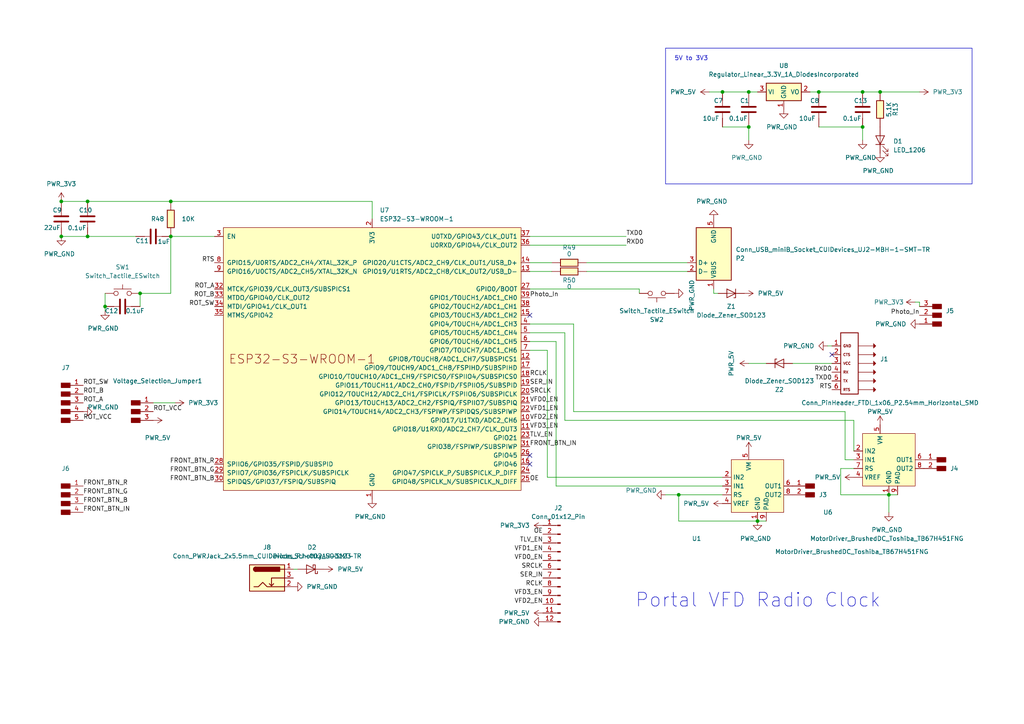
<source format=kicad_sch>
(kicad_sch (version 20230121) (generator eeschema)
  (paper "A4")
  (lib_symbols
    (symbol "Connector:Conn_01x12_Pin" (pin_names (offset 1.016) hide)
      (property "Reference" "J" (at 0 15.24 0))
      (property "Value" "Conn_01x12_Pin" (at 0 -17.78 0))
      (symbol "Conn_01x12_Pin_1_1"
        (polyline (pts (xy 1.27 -15.24) (xy 0.8636 -15.24)) (stroke (width 0.1524)))
        (polyline (pts (xy 1.27 -12.7) (xy 0.8636 -12.7)) (stroke (width 0.1524)))
        (polyline (pts (xy 1.27 -10.16) (xy 0.8636 -10.16)) (stroke (width 0.1524)))
        (polyline (pts (xy 1.27 -7.62) (xy 0.8636 -7.62)) (stroke (width 0.1524)))
        (polyline (pts (xy 1.27 -5.08) (xy 0.8636 -5.08)) (stroke (width 0.1524)))
        (polyline (pts (xy 1.27 -2.54) (xy 0.8636 -2.54)) (stroke (width 0.1524)))
        (polyline (pts (xy 1.27 0) (xy 0.8636 0)) (stroke (width 0.1524)))
        (polyline (pts (xy 1.27 2.54) (xy 0.8636 2.54)) (stroke (width 0.1524)))
        (polyline (pts (xy 1.27 5.08) (xy 0.8636 5.08)) (stroke (width 0.1524)))
        (polyline (pts (xy 1.27 7.62) (xy 0.8636 7.62)) (stroke (width 0.1524)))
        (polyline (pts (xy 1.27 10.16) (xy 0.8636 10.16)) (stroke (width 0.1524)))
        (polyline (pts (xy 1.27 12.7) (xy 0.8636 12.7)) (stroke (width 0.1524)))
        (rectangle (start 0.8636 -15.113) (end 0 -15.367) (stroke (width 0.1524)) (fill (type outline)))
        (rectangle (start 0.8636 -12.573) (end 0 -12.827) (stroke (width 0.1524)) (fill (type outline)))
        (rectangle (start 0.8636 -10.033) (end 0 -10.287) (stroke (width 0.1524)) (fill (type outline)))
        (rectangle (start 0.8636 -7.493) (end 0 -7.747) (stroke (width 0.1524)) (fill (type outline)))
        (rectangle (start 0.8636 -4.953) (end 0 -5.207) (stroke (width 0.1524)) (fill (type outline)))
        (rectangle (start 0.8636 -2.413) (end 0 -2.667) (stroke (width 0.1524)) (fill (type outline)))
        (rectangle (start 0.8636 0.127) (end 0 -0.127) (stroke (width 0.1524)) (fill (type outline)))
        (rectangle (start 0.8636 2.667) (end 0 2.413) (stroke (width 0.1524)) (fill (type outline)))
        (rectangle (start 0.8636 5.207) (end 0 4.953) (stroke (width 0.1524)) (fill (type outline)))
        (rectangle (start 0.8636 7.747) (end 0 7.493) (stroke (width 0.1524)) (fill (type outline)))
        (rectangle (start 0.8636 10.287) (end 0 10.033) (stroke (width 0.1524)) (fill (type outline)))
        (rectangle (start 0.8636 12.827) (end 0 12.573) (stroke (width 0.1524)) (fill (type outline)))
        (pin passive line (at 5.08 12.7 180) (length 3.81) (name "Pin_1") (number "1"))
        (pin passive line (at 5.08 -10.16 180) (length 3.81) (name "Pin_10") (number "10"))
        (pin passive line (at 5.08 -12.7 180) (length 3.81) (name "Pin_11") (number "11"))
        (pin passive line (at 5.08 -15.24 180) (length 3.81) (name "Pin_12") (number "12"))
        (pin passive line (at 5.08 10.16 180) (length 3.81) (name "Pin_2") (number "2"))
        (pin passive line (at 5.08 7.62 180) (length 3.81) (name "Pin_3") (number "3"))
        (pin passive line (at 5.08 5.08 180) (length 3.81) (name "Pin_4") (number "4"))
        (pin passive line (at 5.08 2.54 180) (length 3.81) (name "Pin_5") (number "5"))
        (pin passive line (at 5.08 0 180) (length 3.81) (name "Pin_6") (number "6"))
        (pin passive line (at 5.08 -2.54 180) (length 3.81) (name "Pin_7") (number "7"))
        (pin passive line (at 5.08 -5.08 180) (length 3.81) (name "Pin_8") (number "8"))
        (pin passive line (at 5.08 -7.62 180) (length 3.81) (name "Pin_9") (number "9"))
      )
    )
    (symbol "Espressif:ESP32-S3-WROOM-1" (pin_names (offset 1.016))
      (property "Reference" "U" (at -43.18 43.18 0))
      (property "Value" "ESP32-S3-WROOM-1" (at -43.18 40.64 0))
      (symbol "ESP32-S3-WROOM-1_0_0"
        (text "ESP32-S3-WROOM-1" (at -20.32 0 0) (effects (font (size 2.54 2.54))))
        (pin power_in line (at 0 -40.64 90) (length 2.54) (name "GND") (number "1"))
        (pin bidirectional line (at 45.72 -17.78 180) (length 2.54) (name "GPIO17/U1TXD/ADC2_CH6") (number "10"))
        (pin bidirectional line (at 45.72 -20.32 180) (length 2.54) (name "GPIO18/U1RXD/ADC2_CH7/CLK_OUT3") (number "11"))
        (pin bidirectional line (at 45.72 0 180) (length 2.54) (name "GPIO8/TOUCH8/ADC1_CH7/SUBSPICS1") (number "12"))
        (pin bidirectional line (at 45.72 25.4 180) (length 2.54) (name "GPIO19/U1RTS/ADC2_CH8/CLK_OUT2/USB_D-") (number "13"))
        (pin bidirectional line (at 45.72 27.94 180) (length 2.54) (name "GPIO20/U1CTS/ADC2_CH9/CLK_OUT1/USB_D+") (number "14"))
        (pin bidirectional line (at 45.72 12.7 180) (length 2.54) (name "GPIO3/TOUCH3/ADC1_CH2") (number "15"))
        (pin bidirectional line (at 45.72 -30.48 180) (length 2.54) (name "GPIO46") (number "16"))
        (pin bidirectional line (at 45.72 -2.54 180) (length 2.54) (name "GPIO9/TOUCH9/ADC1_CH8/FSPIHD/SUBSPIHD") (number "17"))
        (pin bidirectional line (at 45.72 -5.08 180) (length 2.54) (name "GPIO10/TOUCH10/ADC1_CH9/FSPICS0/FSPIIO4/SUBSPICS0") (number "18"))
        (pin bidirectional line (at 45.72 -7.62 180) (length 2.54) (name "GPIO11/TOUCH11/ADC2_CH0/FSPID/FSPIIO5/SUBSPID") (number "19"))
        (pin power_in line (at 0 40.64 270) (length 2.54) (name "3V3") (number "2"))
        (pin bidirectional line (at 45.72 -10.16 180) (length 2.54) (name "GPIO12/TOUCH12/ADC2_CH1/FSPICLK/FSPIIO6/SUBSPICLK") (number "20"))
        (pin bidirectional line (at 45.72 -12.7 180) (length 2.54) (name "GPIO13/TOUCH13/ADC2_CH2/FSPIQ/FSPIIO7/SUBSPIQ") (number "21"))
        (pin bidirectional line (at 45.72 -15.24 180) (length 2.54) (name "GPIO14/TOUCH14/ADC2_CH3/FSPIWP/FSPIDQS/SUBSPIWP") (number "22"))
        (pin bidirectional line (at 45.72 -22.86 180) (length 2.54) (name "GPIO21") (number "23"))
        (pin bidirectional line (at 45.72 -33.02 180) (length 2.54) (name "GPIO47/SPICLK_P/SUBSPICLK_P_DIFF") (number "24"))
        (pin bidirectional line (at 45.72 -35.56 180) (length 2.54) (name "GPIO48/SPICLK_N/SUBSPICLK_N_DIFF") (number "25"))
        (pin bidirectional line (at 45.72 -27.94 180) (length 2.54) (name "GPIO45") (number "26"))
        (pin bidirectional line (at 45.72 20.32 180) (length 2.54) (name "GPIO0/BOOT") (number "27"))
        (pin bidirectional line (at -45.72 -30.48 0) (length 2.54) (name "SPIIO6/GPIO35/FSPID/SUBSPID") (number "28"))
        (pin bidirectional line (at -45.72 -33.02 0) (length 2.54) (name "SPIIO7/GPIO36/FSPICLK/SUBSPICLK") (number "29"))
        (pin input line (at -45.72 35.56 0) (length 2.54) (name "EN") (number "3"))
        (pin bidirectional line (at -45.72 -35.56 0) (length 2.54) (name "SPIDQS/GPIO37/FSPIQ/SUBSPIQ") (number "30"))
        (pin bidirectional line (at 45.72 -25.4 180) (length 2.54) (name "GPIO38/FSPIWP/SUBSPIWP") (number "31"))
        (pin bidirectional line (at -45.72 20.32 0) (length 2.54) (name "MTCK/GPIO39/CLK_OUT3/SUBSPICS1") (number "32"))
        (pin bidirectional line (at -45.72 17.78 0) (length 2.54) (name "MTDO/GPIO40/CLK_OUT2") (number "33"))
        (pin bidirectional line (at -45.72 15.24 0) (length 2.54) (name "MTDI/GPIO41/CLK_OUT1") (number "34"))
        (pin bidirectional line (at -45.72 12.7 0) (length 2.54) (name "MTMS/GPIO42") (number "35"))
        (pin bidirectional line (at 45.72 33.02 180) (length 2.54) (name "U0RXD/GPIO44/CLK_OUT2") (number "36"))
        (pin bidirectional line (at 45.72 35.56 180) (length 2.54) (name "U0TXD/GPIO43/CLK_OUT1") (number "37"))
        (pin bidirectional line (at 45.72 15.24 180) (length 2.54) (name "GPIO2/TOUCH2/ADC1_CH1") (number "38"))
        (pin bidirectional line (at 45.72 17.78 180) (length 2.54) (name "GPIO1/TOUCH1/ADC1_CH0") (number "39"))
        (pin bidirectional line (at 45.72 10.16 180) (length 2.54) (name "GPIO4/TOUCH4/ADC1_CH3") (number "4"))
        (pin passive line (at 0 -40.64 90) (length 2.54) hide (name "GND") (number "40"))
        (pin passive line (at 0 -40.64 90) (length 2.54) hide (name "GND") (number "41"))
        (pin bidirectional line (at 45.72 7.62 180) (length 2.54) (name "GPIO5/TOUCH5/ADC1_CH4") (number "5"))
        (pin bidirectional line (at 45.72 5.08 180) (length 2.54) (name "GPIO6/TOUCH6/ADC1_CH5") (number "6"))
        (pin bidirectional line (at 45.72 2.54 180) (length 2.54) (name "GPIO7/TOUCH7/ADC1_CH6") (number "7"))
        (pin bidirectional line (at -45.72 27.94 0) (length 2.54) (name "GPIO15/U0RTS/ADC2_CH4/XTAL_32K_P") (number "8"))
        (pin bidirectional line (at -45.72 25.4 0) (length 2.54) (name "GPIO16/U0CTS/ADC2_CH5/XTAL_32K_N") (number "9"))
      )
      (symbol "ESP32-S3-WROOM-1_0_1"
        (rectangle (start -43.18 38.1) (end 43.18 -38.1) (fill (type background)))
      )
    )
    (symbol "Fab:C_1206" (pin_numbers hide)
      (property "Reference" "C" (at 0.635 2.54 0))
      (property "Value" "C_1206" (at 0.635 -2.54 0))
      (symbol "C_1206_0_1"
        (polyline (pts (xy -2.032 -0.762) (xy 2.032 -0.762)) (stroke (width 0.508)))
        (polyline (pts (xy -2.032 0.762) (xy 2.032 0.762)) (stroke (width 0.508)))
        (polyline (pts (xy 0 -0.635) (xy 0 -2.54)))
        (polyline (pts (xy 0 0.635) (xy 0 2.54)))
      )
      (symbol "C_1206_1_1"
        (pin passive line (at 0 5.08 270) (length 2.54) (name "~") (number "1"))
        (pin passive line (at 0 -5.08 90) (length 2.54) (name "~") (number "2"))
      )
    )
    (symbol "Fab:Conn_PinHeader_1x02_P2.54mm_Vertical_THT_D1mm" (pin_names hide)
      (property "Reference" "J" (at 0 2.54 0))
      (property "Value" "Conn_PinHeader_1x02_P2.54mm_Vertical_THT_D1mm" (at 0 -5.08 0))
      (symbol "Conn_PinHeader_1x02_P2.54mm_Vertical_THT_D1mm_1_1"
        (rectangle (start -1.27 -1.905) (end 1.27 -3.175) (stroke (width 0.254)) (fill (type outline)))
        (rectangle (start -1.27 0.635) (end 1.27 -0.635) (stroke (width 0.254)) (fill (type outline)))
        (pin passive line (at 5.08 0 180) (length 3.81) (name "Pin_1") (number "1"))
        (pin passive line (at 5.08 -2.54 180) (length 3.81) (name "Pin_2") (number "2"))
      )
    )
    (symbol "Fab:Conn_PinHeader_1x03_P2.54mm_Vertical_THT_D1mm" (pin_names hide)
      (property "Reference" "J" (at 0 5.08 0))
      (property "Value" "Conn_PinHeader_1x03_P2.54mm_Vertical_THT_D1mm" (at 0 -5.08 0))
      (symbol "Conn_PinHeader_1x03_P2.54mm_Vertical_THT_D1mm_1_1"
        (rectangle (start -1.27 -1.905) (end 1.27 -3.175) (stroke (width 0.254)) (fill (type outline)))
        (rectangle (start -1.27 0.635) (end 1.27 -0.635) (stroke (width 0.254)) (fill (type outline)))
        (rectangle (start -1.27 3.175) (end 1.27 1.905) (stroke (width 0.254)) (fill (type outline)))
        (pin passive line (at 5.08 2.54 180) (length 3.81) (name "Pin_1") (number "1"))
        (pin passive line (at 5.08 0 180) (length 3.81) (name "Pin_2") (number "2"))
        (pin passive line (at 5.08 -2.54 180) (length 3.81) (name "Pin_3") (number "3"))
      )
    )
    (symbol "Fab:Conn_PinHeader_FTDI_1x06_P2.54mm_Horizontal_SMD"
      (property "Reference" "J" (at 0 10.16 0))
      (property "Value" "Conn_PinHeader_FTDI_1x06_P2.54mm_Horizontal_SMD" (at 0 -10.16 0))
      (symbol "Conn_PinHeader_FTDI_1x06_P2.54mm_Horizontal_SMD_0_0"
        (polyline (pts (xy 2.54 -7.62) (xy 7.62 -7.62)))
        (polyline (pts (xy 2.54 -5.08) (xy 7.62 -5.08)))
        (polyline (pts (xy 2.54 -2.54) (xy 7.62 -2.54)))
        (polyline (pts (xy 2.54 0) (xy 7.62 0)))
        (polyline (pts (xy 2.54 2.54) (xy 7.62 2.54)))
        (polyline (pts (xy 2.54 5.08) (xy 7.62 5.08)))
        (polyline (pts (xy 6.985 -6.985) (xy 7.62 -7.62) (xy 6.985 -8.255) (xy 6.985 -6.985)) (fill (type outline)))
        (polyline (pts (xy 6.985 -4.445) (xy 7.62 -5.08) (xy 6.985 -5.715) (xy 6.985 -4.445)) (fill (type outline)))
        (polyline (pts (xy 6.985 -1.905) (xy 7.62 -2.54) (xy 6.985 -3.175) (xy 6.985 -1.905)) (fill (type outline)))
        (polyline (pts (xy 6.985 0.635) (xy 7.62 0) (xy 6.985 -0.635) (xy 6.985 0.635)) (fill (type outline)))
        (polyline (pts (xy 6.985 3.175) (xy 7.62 2.54) (xy 6.985 1.905) (xy 6.985 3.175)) (fill (type outline)))
        (polyline (pts (xy 6.985 5.715) (xy 7.62 5.08) (xy 6.985 4.445) (xy 6.985 5.715)) (fill (type outline)))
        (text "CTS" (at -1.905 2.54 0) (effects (font (size 0.75 0.75)) (justify left)))
        (text "GND" (at -1.905 5.08 0) (effects (font (size 0.75 0.75)) (justify left)))
        (text "RTS" (at -1.905 -7.62 0) (effects (font (size 0.75 0.75)) (justify left)))
        (text "RX" (at -1.905 -2.54 0) (effects (font (size 0.75 0.75)) (justify left)))
        (text "TX" (at -1.905 -5.08 0) (effects (font (size 0.75 0.75)) (justify left)))
        (text "VCC" (at -1.905 0 0) (effects (font (size 0.75 0.75)) (justify left)))
      )
      (symbol "Conn_PinHeader_FTDI_1x06_P2.54mm_Horizontal_SMD_1_0"
        (rectangle (start -2.54 8.89) (end 2.54 -8.89) (stroke (width 0.254)))
      )
      (symbol "Conn_PinHeader_FTDI_1x06_P2.54mm_Horizontal_SMD_1_1"
        (pin passive line (at -5.08 5.08 0) (length 2.54) (name "") (number "1"))
        (pin passive line (at -5.08 2.54 0) (length 2.54) (name "") (number "2"))
        (pin passive line (at -5.08 0 0) (length 2.54) (name "") (number "3"))
        (pin passive line (at -5.08 -2.54 0) (length 2.54) (name "") (number "4"))
        (pin passive line (at -5.08 -5.08 0) (length 2.54) (name "") (number "5"))
        (pin passive line (at -5.08 -7.62 0) (length 2.54) (name "") (number "6"))
      )
    )
    (symbol "Fab:Conn_USB_miniB_Socket_CUIDevices_UJ2-MBH-1-SMT-TR"
      (property "Reference" "P" (at -5.08 8.89 0))
      (property "Value" "Conn_USB_miniB_Socket_CUIDevices_UJ2-MBH-1-SMT-TR" (at 1.27 8.89 0))
      (symbol "Conn_USB_miniB_Socket_CUIDevices_UJ2-MBH-1-SMT-TR_0_1"
        (rectangle (start -5.08 7.62) (end 5.08 -7.62) (stroke (width 0.254)) (fill (type background)))
      )
      (symbol "Conn_USB_miniB_Socket_CUIDevices_UJ2-MBH-1-SMT-TR_1_1"
        (pin power_in line (at 0 10.16 270) (length 2.54) (name "VBUS") (number "1"))
        (pin bidirectional line (at -7.62 5.08 0) (length 2.54) (name "D-") (number "2"))
        (pin bidirectional line (at -7.62 2.54 0) (length 2.54) (name "D+") (number "3"))
        (pin no_connect line (at -7.62 -5.08 0) (length 2.54) hide (name "NC") (number "4"))
        (pin power_in line (at 0 -10.16 90) (length 2.54) (name "GND") (number "5"))
      )
    )
    (symbol "Fab:Diode_Zener_SOD123" (pin_numbers hide) (pin_names hide)
      (property "Reference" "Z" (at 0 2.54 0))
      (property "Value" "Diode_Zener_SOD123" (at 0 -2.54 0))
      (symbol "Diode_Zener_SOD123_0_1"
        (polyline (pts (xy 1.27 0) (xy -1.27 0)))
        (polyline (pts (xy -1.27 -1.27) (xy -1.27 1.27) (xy -0.762 1.27)) (stroke (width 0.2032)))
        (polyline (pts (xy 1.27 -1.27) (xy 1.27 1.27) (xy -1.27 0) (xy 1.27 -1.27)) (stroke (width 0.2032)))
      )
      (symbol "Diode_Zener_SOD123_1_1"
        (pin passive line (at -3.81 0 0) (length 2.54) (name "K") (number "1"))
        (pin passive line (at 3.81 0 180) (length 2.54) (name "A") (number "2"))
      )
    )
    (symbol "Fab:LED_1206" (pin_numbers hide) (pin_names (offset 1.016) hide)
      (property "Reference" "D" (at 0 2.54 0))
      (property "Value" "LED_1206" (at 0 -2.54 0))
      (symbol "LED_1206_0_1"
        (polyline (pts (xy -1.27 -1.27) (xy -1.27 1.27)) (stroke (width 0.2032)))
        (polyline (pts (xy -1.27 0) (xy 1.27 0)))
        (polyline (pts (xy 1.27 -1.27) (xy 1.27 1.27) (xy -1.27 0) (xy 1.27 -1.27)) (stroke (width 0.2032)))
        (polyline (pts (xy -3.048 -0.762) (xy -4.572 -2.286) (xy -3.81 -2.286) (xy -4.572 -2.286) (xy -4.572 -1.524)))
        (polyline (pts (xy -1.778 -0.762) (xy -3.302 -2.286) (xy -2.54 -2.286) (xy -3.302 -2.286) (xy -3.302 -1.524)))
      )
      (symbol "LED_1206_1_1"
        (pin passive line (at -3.81 0 0) (length 2.54) (name "K") (number "1"))
        (pin passive line (at 3.81 0 180) (length 2.54) (name "A") (number "2"))
      )
    )
    (symbol "Fab:MotorDriver_BrushedDC_Toshiba_TB67H451FNG"
      (property "Reference" "U" (at -7.62 8.89 0))
      (property "Value" "MotorDriver_BrushedDC_Toshiba_TB67H451FNG" (at 1.27 8.89 0))
      (symbol "MotorDriver_BrushedDC_Toshiba_TB67H451FNG_1_1"
        (rectangle (start -7.62 7.62) (end 7.62 -7.62) (fill (type background)))
        (pin power_in line (at 0 -10.16 90) (length 2.54) (name "GND") (number "1"))
        (pin input line (at -10.16 2.54 0) (length 2.54) (name "IN2") (number "2"))
        (pin input line (at -10.16 0 0) (length 2.54) (name "IN1") (number "3"))
        (pin input line (at -10.16 -5.08 0) (length 2.54) (name "VREF") (number "4"))
        (pin power_in line (at -2.54 10.16 270) (length 2.54) (name "VM") (number "5"))
        (pin output line (at 10.16 0 180) (length 2.54) (name "OUT1") (number "6"))
        (pin input line (at -10.16 -2.54 0) (length 2.54) (name "RS") (number "7"))
        (pin output line (at 10.16 -2.54 180) (length 2.54) (name "OUT2") (number "8"))
        (pin power_in line (at 2.54 -10.16 90) (length 2.54) (name "PAD") (number "9"))
      )
    )
    (symbol "Fab:PWR_3V3" (power) (pin_names (offset 0))
      (property "Value" "PWR_3V3" (at 0 3.556 0))
      (symbol "PWR_3V3_0_1"
        (polyline (pts (xy -0.762 1.27) (xy 0 2.54)))
        (polyline (pts (xy 0 0) (xy 0 2.54)))
        (polyline (pts (xy 0 2.54) (xy 0.762 1.27)))
      )
      (symbol "PWR_3V3_1_1"
        (pin power_in line (at 0 0 90) (length 0) hide (name "PWR_3V3") (number "1"))
      )
    )
    (symbol "Fab:PWR_5V" (power) (pin_names (offset 0))
      (property "Value" "PWR_5V" (at 0 3.556 0))
      (symbol "PWR_5V_0_1"
        (polyline (pts (xy -0.762 1.27) (xy 0 2.54)))
        (polyline (pts (xy 0 0) (xy 0 2.54)))
        (polyline (pts (xy 0 2.54) (xy 0.762 1.27)))
      )
      (symbol "PWR_5V_1_1"
        (pin power_in line (at 0 0 90) (length 0) hide (name "PWR_5V") (number "1"))
      )
    )
    (symbol "Fab:PWR_GND" (power) (pin_names (offset 0))
      (property "Value" "PWR_GND" (at 0 -3.81 0))
      (symbol "PWR_GND_0_1"
        (polyline (pts (xy 0 0) (xy 0 -1.27) (xy 1.27 -1.27) (xy 0 -2.54) (xy -1.27 -1.27) (xy 0 -1.27)))
      )
      (symbol "PWR_GND_1_1"
        (pin power_in line (at 0 0 270) (length 0) hide (name "PWR_GND") (number "1"))
      )
    )
    (symbol "Fab:R_1206" (pin_numbers hide) (pin_names (offset 0))
      (property "Reference" "R" (at 2.54 0 90))
      (property "Value" "R_1206" (at -2.54 0 90))
      (symbol "R_1206_0_1"
        (rectangle (start -1.016 -2.54) (end 1.016 2.54) (stroke (width 0.254)) (fill (type background)))
      )
      (symbol "R_1206_1_1"
        (pin passive line (at 0 5.08 270) (length 2.54) (name "~") (number "1"))
        (pin passive line (at 0 -5.08 90) (length 2.54) (name "~") (number "2"))
      )
    )
    (symbol "Fab:Regulator_Linear_3.3V_1A_DiodesIncorporated"
      (property "Reference" "U" (at -5.08 6.35 0))
      (property "Value" "Regulator_Linear_3.3V_1A_DiodesIncorporated" (at -5.08 3.81 0))
      (symbol "Regulator_Linear_3.3V_1A_DiodesIncorporated_0_1"
        (rectangle (start -5.08 2.54) (end 5.08 -2.54) (stroke (width 0.254)) (fill (type background)))
      )
      (symbol "Regulator_Linear_3.3V_1A_DiodesIncorporated_1_1"
        (pin power_in line (at 0 -5.08 90) (length 2.54) (name "GND") (number "1"))
        (pin power_out line (at 7.62 0 180) (length 2.54) (name "VO") (number "2"))
        (pin power_in line (at -7.62 0 0) (length 2.54) (name "VI") (number "3"))
      )
    )
    (symbol "Fab:Switch_Tactile_ESwitch" (pin_numbers hide) (pin_names hide)
      (property "Reference" "SW" (at 1.905 3.175 0))
      (property "Value" "Switch_Tactile_ESwitch" (at 0 0 0))
      (symbol "Switch_Tactile_ESwitch_0_1"
        (circle (center -1.905 0) (radius 0.635))
        (polyline (pts (xy -2.54 1.27) (xy 2.54 1.27)))
        (polyline (pts (xy 0 1.27) (xy 0 2.54)))
        (circle (center 1.905 0) (radius 0.635))
      )
      (symbol "Switch_Tactile_ESwitch_1_1"
        (pin input line (at -5.08 0 0) (length 2.54) (name "") (number "1"))
        (pin input line (at -5.08 0 0) (length 2.54) hide (name "") (number "2"))
        (pin input line (at 5.08 0 180) (length 2.54) (name "") (number "3"))
        (pin input line (at 5.08 0 180) (length 2.54) hide (name "") (number "4"))
      )
    )
    (symbol "fab:Conn_PWRJack_2x5.5mm_CUIDevices_PJ-002AH-SMT-TR" (pin_names hide)
      (property "Reference" "J" (at 0 5.334 0))
      (property "Value" "Conn_PWRJack_2x5.5mm_CUIDevices_PJ-002AH-SMT-TR" (at 0 -5.08 0))
      (symbol "Conn_PWRJack_2x5.5mm_CUIDevices_PJ-002AH-SMT-TR_0_1"
        (rectangle (start -5.08 3.81) (end 5.08 -3.81) (stroke (width 0.254)) (fill (type background)))
        (arc (start -3.302 3.175) (mid -3.9343 2.54) (end -3.302 1.905) (stroke (width 0.254)))
        (arc (start -3.302 3.175) (mid -3.9343 2.54) (end -3.302 1.905) (stroke (width 0.254)) (fill (type outline)))
        (polyline (pts (xy 1.27 -2.286) (xy 1.905 -1.651)) (stroke (width 0.254)))
        (polyline (pts (xy 5.08 2.54) (xy 3.81 2.54)) (stroke (width 0.254)))
        (polyline (pts (xy 5.08 0) (xy 1.27 0) (xy 1.27 -2.286) (xy 0.635 -1.651)) (stroke (width 0.254)))
        (polyline (pts (xy -3.81 -2.54) (xy -2.54 -2.54) (xy -1.27 -1.27) (xy 0 -2.54) (xy 2.54 -2.54) (xy 5.08 -2.54)) (stroke (width 0.254)))
        (rectangle (start 3.683 3.175) (end -3.302 1.905) (stroke (width 0.254)) (fill (type outline)))
      )
      (symbol "Conn_PWRJack_2x5.5mm_CUIDevices_PJ-002AH-SMT-TR_1_1"
        (pin passive line (at 7.62 2.54 180) (length 2.54) (name "~") (number "1"))
        (pin passive line (at 7.62 -2.54 180) (length 2.54) (name "~") (number "2"))
        (pin passive line (at 7.62 0 180) (length 2.54) (name "~") (number "3"))
      )
    )
    (symbol "fab:Conn_PinHeader_1x04_P2.54mm_Vertical_THT_D1mm" (pin_names hide)
      (property "Reference" "J" (at 0 5.08 0))
      (property "Value" "Conn_PinHeader_1x04_P2.54mm_Vertical_THT_D1mm" (at 0 -7.62 0))
      (symbol "Conn_PinHeader_1x04_P2.54mm_Vertical_THT_D1mm_1_1"
        (rectangle (start -1.27 -4.445) (end 1.27 -5.715) (stroke (width 0.254)) (fill (type outline)))
        (rectangle (start -1.27 -1.905) (end 1.27 -3.175) (stroke (width 0.254)) (fill (type outline)))
        (rectangle (start -1.27 0.635) (end 1.27 -0.635) (stroke (width 0.254)) (fill (type outline)))
        (rectangle (start -1.27 3.175) (end 1.27 1.905) (stroke (width 0.254)) (fill (type outline)))
        (pin passive line (at 5.08 2.54 180) (length 3.81) (name "Pin_1") (number "1"))
        (pin passive line (at 5.08 0 180) (length 3.81) (name "Pin_2") (number "2"))
        (pin passive line (at 5.08 -2.54 180) (length 3.81) (name "Pin_3") (number "3"))
        (pin passive line (at 5.08 -5.08 180) (length 3.81) (name "Pin_4") (number "4"))
      )
    )
    (symbol "fab:Conn_PinHeader_1x05_P2.54mm_Vertical_THT_D1mm" (pin_names hide)
      (property "Reference" "J" (at 0 7.62 0))
      (property "Value" "Conn_PinHeader_1x05_P2.54mm_Vertical_THT_D1mm" (at 0 -7.62 0))
      (symbol "Conn_PinHeader_1x05_P2.54mm_Vertical_THT_D1mm_1_1"
        (rectangle (start -1.27 -4.445) (end 1.27 -5.715) (stroke (width 0.254)) (fill (type outline)))
        (rectangle (start -1.27 -1.905) (end 1.27 -3.175) (stroke (width 0.254)) (fill (type outline)))
        (rectangle (start -1.27 0.635) (end 1.27 -0.635) (stroke (width 0.254)) (fill (type outline)))
        (rectangle (start -1.27 3.175) (end 1.27 1.905) (stroke (width 0.254)) (fill (type outline)))
        (rectangle (start -1.27 5.715) (end 1.27 4.445) (stroke (width 0.254)) (fill (type outline)))
        (pin passive line (at 5.08 5.08 180) (length 3.81) (name "Pin_1") (number "1"))
        (pin passive line (at 5.08 2.54 180) (length 3.81) (name "Pin_2") (number "2"))
        (pin passive line (at 5.08 0 180) (length 3.81) (name "Pin_3") (number "3"))
        (pin passive line (at 5.08 -2.54 180) (length 3.81) (name "Pin_4") (number "4"))
        (pin passive line (at 5.08 -5.08 180) (length 3.81) (name "Pin_5") (number "5"))
      )
    )
    (symbol "fab:Diode_Schottky_SOD123" (pin_numbers hide) (pin_names (offset 1.016) hide)
      (property "Reference" "D" (at 0 2.54 0))
      (property "Value" "Diode_Schottky_SOD123" (at 0 -2.54 0))
      (symbol "Diode_Schottky_SOD123_0_1"
        (polyline (pts (xy 1.27 0) (xy -1.27 0)))
        (polyline (pts (xy 1.27 1.27) (xy 1.27 -1.27) (xy -1.27 0) (xy 1.27 1.27)) (stroke (width 0.2032)))
        (polyline (pts (xy -1.905 0.635) (xy -1.905 1.27) (xy -1.27 1.27) (xy -1.27 -1.27) (xy -0.635 -1.27) (xy -0.635 -0.635)) (stroke (width 0.2032)))
      )
      (symbol "Diode_Schottky_SOD123_1_1"
        (pin passive line (at -3.81 0 0) (length 2.54) (name "K") (number "1"))
        (pin passive line (at 3.81 0 180) (length 2.54) (name "A") (number "2"))
      )
    )
  )
  (junction (at 196.85 143.51))
  (junction (at 25.4 58.42))
  (junction (at 40.64 85.09))
  (junction (at 49.53 58.42))
  (junction (at 17.78 58.42))
  (junction (at 250.19 26.67))
  (junction (at 49.53 68.58))
  (junction (at 217.17 36.83))
  (junction (at 255.27 26.67))
  (junction (at 250.19 36.83))
  (junction (at 30.48 88.9))
  (junction (at 219.71 151.13))
  (junction (at 217.17 26.67))
  (junction (at 17.78 68.58))
  (junction (at 257.81 143.51))
  (junction (at 25.4 68.58))
  (junction (at 237.49 26.67))
  (junction (at 209.55 26.67))
  (no_connect (at 153.67 132.08))
  (no_connect (at 153.67 134.62))
  (no_connect (at 153.67 91.44))
  (no_connect (at 241.3 102.87))
  (wire (pts (xy 170.18 78.74) (xy 199.39 78.74)))
  (wire (pts (xy 219.71 151.13) (xy 222.25 151.13)))
  (wire (pts (xy 153.67 83.82) (xy 185.42 83.82)))
  (wire (pts (xy 163.83 96.52) (xy 163.83 121.92)))
  (wire (pts (xy 250.19 40.64) (xy 250.19 36.83)))
  (wire (pts (xy 25.4 68.58) (xy 39.37 68.58)))
  (wire (pts (xy 30.48 85.09) (xy 30.48 88.9)))
  (wire (pts (xy 153.67 68.58) (xy 181.61 68.58)))
  (wire (pts (xy 257.81 148.59) (xy 257.81 143.51)))
  (wire (pts (xy 107.95 58.42) (xy 107.95 63.5)))
  (wire (pts (xy 265.43 87.63) (xy 266.7 87.63)))
  (wire (pts (xy 229.87 105.41) (xy 241.3 105.41)))
  (wire (pts (xy 49.53 85.09) (xy 49.53 68.58)))
  (wire (pts (xy 25.4 58.42) (xy 49.53 58.42)))
  (wire (pts (xy 217.17 26.67) (xy 219.71 26.67)))
  (wire (pts (xy 205.74 26.67) (xy 209.55 26.67)))
  (wire (pts (xy 247.65 135.89) (xy 243.84 135.89)))
  (wire (pts (xy 245.11 119.38) (xy 245.11 133.35)))
  (wire (pts (xy 161.29 140.97) (xy 209.55 140.97)))
  (wire (pts (xy 207.01 85.09) (xy 208.28 85.09)))
  (wire (pts (xy 240.03 100.33) (xy 241.3 100.33)))
  (wire (pts (xy 209.55 36.83) (xy 217.17 36.83)))
  (wire (pts (xy 153.67 101.6) (xy 158.75 101.6)))
  (wire (pts (xy 93.98 165.1) (xy 93.98 165.1)))
  (wire (pts (xy 153.67 71.12) (xy 181.61 71.12)))
  (wire (pts (xy 166.37 119.38) (xy 245.11 119.38)))
  (wire (pts (xy 158.75 101.6) (xy 158.75 138.43)))
  (wire (pts (xy 217.17 105.41) (xy 222.25 105.41)))
  (wire (pts (xy 193.04 143.51) (xy 196.85 143.51)))
  (wire (pts (xy 243.84 135.89) (xy 243.84 143.51)))
  (wire (pts (xy 40.64 85.09) (xy 49.53 85.09)))
  (wire (pts (xy 170.18 76.2) (xy 199.39 76.2)))
  (wire (pts (xy 17.78 58.42) (xy 25.4 58.42)))
  (wire (pts (xy 166.37 93.98) (xy 153.67 93.98)))
  (wire (pts (xy 196.85 151.13) (xy 219.71 151.13)))
  (wire (pts (xy 247.65 121.92) (xy 247.65 130.81)))
  (wire (pts (xy 166.37 93.98) (xy 166.37 119.38)))
  (wire (pts (xy 161.29 99.06) (xy 161.29 140.97)))
  (wire (pts (xy 153.67 99.06) (xy 161.29 99.06)))
  (wire (pts (xy 86.36 165.1) (xy 85.09 165.1)))
  (wire (pts (xy 209.55 26.67) (xy 217.17 26.67)))
  (wire (pts (xy 245.11 133.35) (xy 247.65 133.35)))
  (wire (pts (xy 257.81 143.51) (xy 260.35 143.51)))
  (wire (pts (xy 153.67 78.74) (xy 160.02 78.74)))
  (wire (pts (xy 250.19 26.67) (xy 255.27 26.67)))
  (wire (pts (xy 185.42 83.82) (xy 185.42 85.09)))
  (wire (pts (xy 207.01 83.82) (xy 207.01 85.09)))
  (wire (pts (xy 266.7 87.63) (xy 266.7 88.9)))
  (wire (pts (xy 50.8 116.84) (xy 44.45 116.84)))
  (wire (pts (xy 40.64 85.09) (xy 40.64 88.9)))
  (wire (pts (xy 217.17 40.64) (xy 217.17 36.83)))
  (wire (pts (xy 196.85 143.51) (xy 209.55 143.51)))
  (wire (pts (xy 196.85 143.51) (xy 196.85 151.13)))
  (wire (pts (xy 153.67 76.2) (xy 160.02 76.2)))
  (wire (pts (xy 17.78 68.58) (xy 25.4 68.58)))
  (wire (pts (xy 237.49 26.67) (xy 234.95 26.67)))
  (wire (pts (xy 163.83 96.52) (xy 153.67 96.52)))
  (wire (pts (xy 209.55 138.43) (xy 158.75 138.43)))
  (wire (pts (xy 49.53 58.42) (xy 107.95 58.42)))
  (wire (pts (xy 255.27 26.67) (xy 266.7 26.67)))
  (wire (pts (xy 49.53 68.58) (xy 62.23 68.58)))
  (wire (pts (xy 237.49 26.67) (xy 250.19 26.67)))
  (wire (pts (xy 163.83 121.92) (xy 247.65 121.92)))
  (wire (pts (xy 243.84 143.51) (xy 257.81 143.51)))
  (wire (pts (xy 237.49 36.83) (xy 250.19 36.83)))
  (wire (pts (xy 30.48 90.17) (xy 30.48 88.9)))
  (rectangle (start 193.04 13.97) (end 281.94 53.34))
  (text "5V to 3V3\n" (at 195.58 17.78 0) (effects (font (size 1.27 1.27)) (justify left bottom)))
  (text "Portal VFD Radio Clock" (at 184.15 176.53 0) (effects (font (size 4 4)) (justify left bottom)))
  (label "FRONT_BTN_B" (at 24.13 146.05 0))
  (label "TXD0" (at 241.3 110.49 180))
  (label "RXD0" (at 181.61 71.12 0))
  (label "ROT_B" (at 24.13 114.3 0))
  (label "VFD0_EN" (at 157.48 162.56 180))
  (label "ROT_VCC" (at 44.45 119.38 0))
  (label "TXD0" (at 181.61 68.58 0))
  (label "SER_IN" (at 157.48 167.64 180))
  (label "FRONT_BTN_R" (at 62.23 134.62 180))
  (label "RXD0" (at 241.3 107.95 180))
  (label "VFD0_EN" (at 153.67 116.84 0))
  (label "ROT_SW" (at 24.13 111.76 0))
  (label "ROT_SW" (at 62.23 88.9 180))
  (label "OE" (at 157.48 154.94 180))
  (label "VFD1_EN" (at 157.48 160.02 180))
  (label "ROT_A" (at 24.13 116.84 0))
  (label "RTS" (at 241.3 113.03 180))
  (label "FRONT_BTN_G" (at 24.13 143.51 0))
  (label "ROT_A" (at 62.23 83.82 180))
  (label "SRCLK" (at 153.67 114.3 0))
  (label "Photo_In" (at 266.7 91.44 180))
  (label "VFD3_EN" (at 153.67 124.46 0))
  (label "VFD1_EN" (at 153.67 119.38 0))
  (label "TLV_EN" (at 153.67 127 0))
  (label "VFD2_EN" (at 157.48 175.26 180))
  (label "ROT_VCC" (at 24.13 121.92 0))
  (label "RCLK" (at 157.48 170.18 180))
  (label "OE" (at 153.67 139.7 0))
  (label "SRCLK" (at 157.48 165.1 180))
  (label "FRONT_BTN_IN" (at 24.13 148.59 0))
  (label "TLV_EN" (at 157.48 157.48 180))
  (label "RCLK" (at 153.67 109.22 0))
  (label "FRONT_BTN_R" (at 24.13 140.97 0))
  (label "FRONT_BTN_G" (at 62.23 137.16 180))
  (label "VFD2_EN" (at 153.67 121.92 0))
  (label "VFD3_EN" (at 157.48 172.72 180))
  (label "RTS" (at 62.23 76.2 180))
  (label "Photo_In" (at 153.67 86.36 0))
  (label "FRONT_BTN_IN" (at 153.67 129.54 0))
  (label "ROT_B" (at 62.23 86.36 180))
  (label "SER_IN" (at 153.67 111.76 0))
  (label "FRONT_BTN_B" (at 62.23 139.7 180))
  (symbol (lib_id "Fab:C_1206") (at 35.56 88.9 90) (unit 1)
    (property "Reference" "C12" (at 34.29 90.17 90) (effects (justify left)))
    (property "Value" "0.1uF" (at 41.91 90.17 90) (effects (justify left)))
    (property "Footprint" "Fab:C_1206" (effects hide))
    (property "Datasheet" "https://www.yageo.com/upload/media/product/productsearch/datasheet/mlcc/UPY-GP_NP0_16V-to-50V_18.pdf" (effects hide))
  )
  (symbol (lib_id "Fab:Conn_PinHeader_1x02_P2.54mm_Vertical_THT_D1mm") (at 234.95 140.97 0) (mirror y) (unit 1)
    (property "Reference" "J3" (at 237.49 143.51 0) (effects (justify right)))
    (property "Value" "Conn_PinHeader_1x02_P2.54mm_Vertical_THT_D1mm" (effects hide))
    (property "Footprint" "fab:PinHeader_1x02_P2.54mm_Vertical_THT_D1mm" (effects hide))
  )
  (symbol (lib_id "Fab:PWR_GND") (at 227.33 31.75 0) (mirror y) (unit 1)
    (property "Reference" "#PWR02" (effects hide))
    (property "Value" "PWR_GND" (at 222.25 36.83 0) (effects (justify right)))
  )
  (symbol (lib_id "Fab:PWR_GND") (at 255.27 44.45 0) (mirror y) (unit 1)
    (property "Reference" "#PWR033" (effects hide))
    (property "Value" "PWR_GND" (at 250.19 49.53 0) (effects (justify right)))
  )
  (symbol (lib_id "Fab:PWR_5V") (at 44.45 121.92 270) (unit 1)
    (property "Reference" "#PWR016" (effects hide))
    (property "Value" "PWR_5V" (at 45.72 127 90))
  )
  (symbol (lib_id "Fab:C_1206") (at 237.49 31.75 0) (unit 1)
    (property "Reference" "C8" (at 234.95 29.21 0) (effects (justify left)))
    (property "Value" "10uF" (at 231.7006 34.351 0) (effects (justify left)))
    (property "Footprint" "Fab:C_1206" (effects hide))
    (property "Datasheet" "https://www.yageo.com/upload/media/product/productsearch/datasheet/mlcc/UPY-GP_NP0_16V-to-50V_18.pdf" (effects hide))
  )
  (symbol (lib_id "Fab:PWR_3V3") (at 50.8 116.84 270) (mirror x) (unit 1)
    (property "Reference" "#PWR015" (effects hide))
    (property "Value" "PWR_3V3" (at 54.61 116.84 90) (effects (justify left)))
  )
  (symbol (lib_id "Fab:Diode_Zener_SOD123") (at 226.06 105.41 0) (unit 1)
    (property "Reference" "Z2" (at 226.06 113.03 0))
    (property "Value" "Diode_Zener_SOD123" (at 226.06 110.49 0))
    (property "Footprint" "Fab:SOD-123" (effects hide))
    (property "Datasheet" "https://www.diodes.com/assets/Datasheets/ds18004.pdf" (effects hide))
  )
  (symbol (lib_id "Fab:Switch_Tactile_ESwitch") (at 35.56 85.09 0) (unit 1)
    (property "Reference" "SW1" (at 35.56 77.47 0))
    (property "Value" "Switch_Tactile_ESwitch" (at 35.56 80.01 0))
    (property "Footprint" "fab:Button_ESwitch_TL3315NF100Q_4.5x4.5mm" (effects hide))
    (property "Datasheet" "https://media.digikey.com/pdf/Data%20Sheets/E-Switch%20PDFs/TL3315.pdf" (effects hide))
  )
  (symbol (lib_id "Connector:Conn_01x12_Pin") (at 162.56 165.1 0) (mirror y) (unit 1)
    (property "Reference" "J2" (at 161.925 147.32 0))
    (property "Value" "Conn_01x12_Pin" (at 161.925 149.86 0))
    (property "Footprint" "Connector_PinSocket_2.54mm:PinSocket_1x12_P2.54mm_Vertical" (effects hide))
  )
  (symbol (lib_id "Fab:PWR_GND") (at 257.81 148.59 0) (mirror y) (unit 1)
    (property "Reference" "#PWR065" (effects hide))
    (property "Value" "PWR_GND" (at 252.73 153.67 0) (effects (justify right)))
  )
  (symbol (lib_id "Fab:PWR_3V3") (at 17.78 58.42 0) (mirror y) (unit 1)
    (property "Reference" "#PWR070" (effects hide))
    (property "Value" "PWR_3V3" (at 17.78 53.34 0))
  )
  (symbol (lib_id "Fab:Regulator_Linear_3.3V_1A_DiodesIncorporated") (at 227.33 26.67 0) (unit 1)
    (property "Reference" "U8" (at 227.33 19.05 0))
    (property "Value" "Regulator_Linear_3.3V_1A_DiodesIncorporated" (at 227.33 21.59 0))
    (property "Footprint" "fab:SOT-223-3_TabPin2" (effects hide))
    (property "Datasheet" "https://www.diodes.com/assets/Datasheets/AZ1117I.pdf" (effects hide))
  )
  (symbol (lib_id "Fab:PWR_GND") (at 207.01 63.5 180) (unit 1)
    (property "Reference" "#PWR074" (effects hide))
    (property "Value" "PWR_GND" (at 201.93 58.42 0) (effects (justify right)))
  )
  (symbol (lib_id "Fab:PWR_GND") (at 250.19 40.64 0) (mirror y) (unit 1)
    (property "Reference" "#PWR032" (effects hide))
    (property "Value" "PWR_GND" (at 245.11 45.72 0) (effects (justify right)))
  )
  (symbol (lib_id "fab:Conn_PWRJack_2x5.5mm_CUIDevices_PJ-002AH-SMT-TR") (at 77.47 167.64 0) (unit 1)
    (property "Reference" "J8" (at 77.47 158.75 0))
    (property "Value" "Conn_PWRJack_2x5.5mm_CUIDevices_PJ-002AH-SMT-TR" (at 77.47 161.29 0))
    (property "Footprint" "fab:CUIDevices_PJ-002AH-SMT-TR_PWRJack_2x5.5mm" (effects hide))
    (property "Datasheet" "https://www.cuidevices.com/product/resource/pj-002ah-smt-tr.pdf" (effects hide))
  )
  (symbol (lib_id "Fab:PWR_3V3") (at 157.48 152.4 90) (mirror x) (unit 1)
    (property "Reference" "#PWR013" (effects hide))
    (property "Value" "PWR_3V3" (at 153.67 152.4 90) (effects (justify left)))
  )
  (symbol (lib_id "Fab:PWR_GND") (at 30.48 90.17 0) (mirror y) (unit 1)
    (property "Reference" "#PWR072" (effects hide))
    (property "Value" "PWR_GND" (at 25.4 95.25 0) (effects (justify right)))
  )
  (symbol (lib_id "Fab:PWR_GND") (at 17.78 68.58 0) (mirror y) (unit 1)
    (property "Reference" "#PWR071" (effects hide))
    (property "Value" "PWR_GND" (at 12.7 73.66 0) (effects (justify right)))
  )
  (symbol (lib_id "Fab:PWR_GND") (at 240.03 100.33 270) (mirror x) (unit 1)
    (property "Reference" "#PWR03" (effects hide))
    (property "Value" "PWR_GND" (at 236.22 100.33 90) (effects (justify right)))
  )
  (symbol (lib_id "Fab:MotorDriver_BrushedDC_Toshiba_TB67H451FNG") (at 257.81 133.35 0) (unit 1)
    (property "Reference" "U6" (at 238.76 148.59 0) (effects (justify left)))
    (property "Value" "MotorDriver_BrushedDC_Toshiba_TB67H451FNG" (at 234.95 156.21 0) (effects (justify left)))
    (property "Footprint" "fab:HSOP-8" (effects hide))
    (property "Datasheet" "https://toshiba.semicon-storage.com/info/TB67H451FNG_datasheet_en_20201126.pdf?did=68598&prodName=TB67H451FNG" (effects hide))
  )
  (symbol (lib_id "Fab:C_1206") (at 217.17 31.75 0) (unit 1)
    (property "Reference" "C1" (at 214.63 29.21 0) (effects (justify left)))
    (property "Value" "0.1uF" (at 211.3806 34.351 0) (effects (justify left)))
    (property "Footprint" "Fab:C_1206" (effects hide))
    (property "Datasheet" "https://www.yageo.com/upload/media/product/productsearch/datasheet/mlcc/UPY-GP_NP0_16V-to-50V_18.pdf" (effects hide))
  )
  (symbol (lib_id "fab:Diode_Schottky_SOD123") (at 90.17 165.1 180) (unit 1)
    (property "Reference" "D2" (at 90.4875 158.75 0))
    (property "Value" "Diode_Schottky_SOD123" (at 90.4875 161.29 0))
    (property "Footprint" "fab:SOD-123" (effects hide))
    (property "Datasheet" "https://www.st.com/content/ccc/resource/technical/document/datasheet/c6/32/d4/4a/28/d3/4b/11/CD00004930.pdf/files/CD00004930.pdf/jcr:content/translations/en.CD00004930.pdf" (effects hide))
  )
  (symbol (lib_id "Fab:PWR_GND") (at 107.95 144.78 0) (mirror y) (unit 1)
    (property "Reference" "#PWR068" (effects hide))
    (property "Value" "PWR_GND" (at 102.87 149.86 0) (effects (justify right)))
  )
  (symbol (lib_id "Fab:C_1206") (at 209.55 31.75 0) (unit 1)
    (property "Reference" "C7" (at 207.01 29.21 0) (effects (justify left)))
    (property "Value" "10uF" (at 203.7606 34.351 0) (effects (justify left)))
    (property "Footprint" "Fab:C_1206" (effects hide))
    (property "Datasheet" "https://www.yageo.com/upload/media/product/productsearch/datasheet/mlcc/UPY-GP_NP0_16V-to-50V_18.pdf" (effects hide))
  )
  (symbol (lib_id "Fab:C_1206") (at 25.4 63.5 0) (unit 1)
    (property "Reference" "C10" (at 22.86 60.96 0) (effects (justify left)))
    (property "Value" "0.1uF" (at 19.6106 66.101 0) (effects (justify left)))
    (property "Footprint" "Fab:C_1206" (effects hide))
    (property "Datasheet" "https://www.yageo.com/upload/media/product/productsearch/datasheet/mlcc/UPY-GP_NP0_16V-to-50V_18.pdf" (effects hide))
  )
  (symbol (lib_id "Fab:PWR_5V") (at 205.74 26.67 90) (mirror x) (unit 1)
    (property "Reference" "#PWR01" (effects hide))
    (property "Value" "PWR_5V" (at 198.12 26.67 90))
  )
  (symbol (lib_id "Fab:PWR_GND") (at 24.13 119.38 90) (mirror x) (unit 1)
    (property "Reference" "#PWR014" (effects hide))
    (property "Value" "PWR_GND" (at 25.4 118.11 90) (effects (justify right)))
  )
  (symbol (lib_id "fab:Conn_PinHeader_1x04_P2.54mm_Vertical_THT_D1mm") (at 19.05 143.51 0) (unit 1)
    (property "Reference" "J6" (at 19.05 135.89 0))
    (property "Value" "Conn_PinHeader_1x04_P2.54mm_Vertical_THT_D1mm" (effects hide))
    (property "Footprint" "fab:PinHeader_1x04_P2.54mm_Vertical_THT_D1mm" (effects hide))
  )
  (symbol (lib_id "Fab:R_1206") (at 165.1 78.74 90) (mirror x) (unit 1)
    (property "Reference" "R50" (at 165.1 81.28 90))
    (property "Value" "0" (at 165.1001 83.1597 90))
    (property "Footprint" "Fab:R_1206" (effects hide))
  )
  (symbol (lib_id "Fab:PWR_5V") (at 217.17 130.81 0) (mirror y) (unit 1)
    (property "Reference" "#PWR07" (effects hide))
    (property "Value" "PWR_5V" (at 217.17 127 0))
  )
  (symbol (lib_id "Fab:PWR_GND") (at 219.71 151.13 0) (mirror y) (unit 1)
    (property "Reference" "#PWR08" (effects hide))
    (property "Value" "PWR_GND" (at 214.63 156.21 0) (effects (justify right)))
  )
  (symbol (lib_id "Fab:PWR_3V3") (at 266.7 26.67 270) (mirror x) (unit 1)
    (property "Reference" "#PWR069" (effects hide))
    (property "Value" "PWR_3V3" (at 270.51 26.67 90) (effects (justify left)))
  )
  (symbol (lib_id "Fab:PWR_5V") (at 247.65 138.43 90) (mirror x) (unit 1)
    (property "Reference" "#PWR067" (effects hide))
    (property "Value" "PWR_5V" (at 240.03 138.43 90))
  )
  (symbol (lib_id "Fab:Conn_PinHeader_1x03_P2.54mm_Vertical_THT_D1mm") (at 271.78 91.44 180) (unit 1)
    (property "Reference" "J5" (at 274.32 90.17 0) (effects (justify right)))
    (property "Value" "Conn_PinHeader_1x03_P2.54mm_Vertical_THT_D1mm" (effects hide))
    (property "Footprint" "fab:PinHeader_1x03_P2.54mm_Vertical_THT_D1mm" (effects hide))
  )
  (symbol (lib_id "Fab:Switch_Tactile_ESwitch") (at 190.5 85.09 180) (unit 1)
    (property "Reference" "SW2" (at 190.5 92.71 0))
    (property "Value" "Switch_Tactile_ESwitch" (at 190.5 90.17 0))
    (property "Footprint" "fab:Button_ESwitch_TL3315NF100Q_4.5x4.5mm" (effects hide))
    (property "Datasheet" "https://media.digikey.com/pdf/Data%20Sheets/E-Switch%20PDFs/TL3315.pdf" (effects hide))
  )
  (symbol (lib_id "Fab:PWR_5V") (at 93.98 165.1 270) (mirror x) (unit 1)
    (property "Reference" "#PWR017" (effects hide))
    (property "Value" "PWR_5V" (at 101.6 165.1 90))
  )
  (symbol (lib_id "Fab:PWR_GND") (at 85.09 170.18 90) (mirror x) (unit 1)
    (property "Reference" "#PWR018" (effects hide))
    (property "Value" "PWR_GND" (at 88.9 170.18 90) (effects (justify right)))
  )
  (symbol (lib_id "Fab:PWR_5V") (at 217.17 105.41 90) (unit 1)
    (property "Reference" "#PWR075" (effects hide))
    (property "Value" "PWR_5V" (at 212.09 105.41 0))
  )
  (symbol (lib_id "Fab:PWR_GND") (at 157.48 180.34 270) (mirror x) (unit 1)
    (property "Reference" "#PWR011" (effects hide))
    (property "Value" "PWR_GND" (at 153.67 180.34 90) (effects (justify right)))
  )
  (symbol (lib_id "Fab:LED_1206") (at 255.27 40.64 90) (unit 1)
    (property "Reference" "D1" (at 259.08 40.9702 90) (effects (justify right)))
    (property "Value" "LED_1206" (at 259.08 43.5102 90) (effects (justify right)))
    (property "Footprint" "fab:LED_1206" (effects hide))
    (property "Datasheet" "https://optoelectronics.liteon.com/upload/download/DS-22-98-0002/LTST-C150CKT.pdf" (effects hide))
  )
  (symbol (lib_id "Fab:C_1206") (at 17.78 63.5 0) (unit 1)
    (property "Reference" "C9" (at 15.24 60.96 0) (effects (justify left)))
    (property "Value" "22uF" (at 12.7 66.04 0) (effects (justify left)))
    (property "Footprint" "Fab:C_1206" (effects hide))
    (property "Datasheet" "https://www.yageo.com/upload/media/product/productsearch/datasheet/mlcc/UPY-GP_NP0_16V-to-50V_18.pdf" (effects hide))
  )
  (symbol (lib_id "Fab:MotorDriver_BrushedDC_Toshiba_TB67H451FNG") (at 219.71 140.97 0) (unit 1)
    (property "Reference" "U1" (at 200.66 156.21 0) (effects (justify left)))
    (property "Value" "MotorDriver_BrushedDC_Toshiba_TB67H451FNG" (at 224.79 160.02 0) (effects (justify left)))
    (property "Footprint" "fab:HSOP-8" (effects hide))
    (property "Datasheet" "https://toshiba.semicon-storage.com/info/TB67H451FNG_datasheet_en_20201126.pdf?did=68598&prodName=TB67H451FNG" (effects hide))
  )
  (symbol (lib_id "Fab:PWR_5V") (at 215.9 85.09 270) (unit 1)
    (property "Reference" "#PWR030" (effects hide))
    (property "Value" "PWR_5V" (at 223.52 85.09 90))
  )
  (symbol (lib_id "Fab:Conn_PinHeader_1x03_P2.54mm_Vertical_THT_D1mm") (at 39.37 119.38 0) (unit 1)
    (property "Reference" "Voltage_Selection_Jumper1" (at 45.72 110.49 0))
    (property "Value" "Conn_PinHeader_1x03_P2.54mm_Vertical_THT_D1mm" (effects hide))
    (property "Footprint" "fab:PinHeader_1x03_P2.54mm_Vertical_THT_D1mm" (effects hide))
  )
  (symbol (lib_id "Fab:PWR_5V") (at 209.55 146.05 90) (mirror x) (unit 1)
    (property "Reference" "#PWR06" (effects hide))
    (property "Value" "PWR_5V" (at 201.93 146.05 90))
  )
  (symbol (lib_id "Fab:Conn_PinHeader_FTDI_1x06_P2.54mm_Horizontal_SMD") (at 246.38 105.41 0) (unit 1)
    (property "Reference" "J1" (at 255.27 104.14 0) (effects (justify left)))
    (property "Value" "Conn_PinHeader_FTDI_1x06_P2.54mm_Horizontal_SMD" (at 232.41 116.84 0) (effects (justify left)))
    (property "Footprint" "fab:PinHeader_1x06_P2.54mm_Horizontal_SMD" (effects hide))
  )
  (symbol (lib_id "Fab:PWR_GND") (at 195.58 85.09 90) (mirror x) (unit 1)
    (property "Reference" "#PWR04" (effects hide))
    (property "Value" "PWR_GND" (at 200.66 90.17 0) (effects (justify right)))
  )
  (symbol (lib_id "Fab:R_1206") (at 255.27 31.75 0) (mirror y) (unit 1)
    (property "Reference" "R13" (at 259.6897 31.7499 90))
    (property "Value" "5.1K" (at 257.81 31.75 90))
    (property "Footprint" "Fab:R_1206" (effects hide))
  )
  (symbol (lib_id "Fab:Diode_Zener_SOD123") (at 212.09 85.09 180) (unit 1)
    (property "Reference" "Z1" (at 212.09 88.9 0))
    (property "Value" "Diode_Zener_SOD123" (at 212.09 91.44 0))
    (property "Footprint" "Fab:SOD-123" (effects hide))
    (property "Datasheet" "https://www.diodes.com/assets/Datasheets/ds18004.pdf" (effects hide))
  )
  (symbol (lib_id "Espressif:ESP32-S3-WROOM-1") (at 107.95 104.14 0) (unit 1)
    (property "Reference" "U7" (at 110.1441 60.96 0) (effects (justify left)))
    (property "Value" "ESP32-S3-WROOM-1" (at 110.1441 63.5 0) (effects (justify left)))
    (property "Footprint" "PCM_Espressif:ESP32-S3-WROOM-1" (effects hide))
    (property "Datasheet" "https://www.espressif.com/sites/default/files/documentation/esp32-s3-wroom-1_wroom-1u_datasheet_en.pdf" (effects hide))
  )
  (symbol (lib_id "Fab:Conn_PinHeader_1x02_P2.54mm_Vertical_THT_D1mm") (at 273.05 133.35 0) (mirror y) (unit 1)
    (property "Reference" "J4" (at 275.59 135.89 0) (effects (justify right)))
    (property "Value" "Conn_PinHeader_1x02_P2.54mm_Vertical_THT_D1mm" (effects hide))
    (property "Footprint" "fab:PinHeader_1x02_P2.54mm_Vertical_THT_D1mm" (effects hide))
  )
  (symbol (lib_id "fab:Conn_PinHeader_1x05_P2.54mm_Vertical_THT_D1mm") (at 19.05 116.84 0) (unit 1)
    (property "Reference" "J7" (at 19.05 106.68 0))
    (property "Value" "Conn_PinHeader_1x05_P2.54mm_Vertical_THT_D1mm" (effects hide))
    (property "Footprint" "fab:PinHeader_1x05_P2.54mm_Vertical_THT_D1mm" (effects hide))
  )
  (symbol (lib_id "Fab:PWR_GND") (at 217.17 40.64 0) (mirror y) (unit 1)
    (property "Reference" "#PWR031" (effects hide))
    (property "Value" "PWR_GND" (at 212.09 45.72 0) (effects (justify right)))
  )
  (symbol (lib_id "Fab:R_1206") (at 49.53 63.5 0) (mirror y) (unit 1)
    (property "Reference" "R48" (at 45.72 63.5 0))
    (property "Value" "10K" (at 54.61 63.5 0))
    (property "Footprint" "Fab:R_1206" (effects hide))
  )
  (symbol (lib_id "Fab:PWR_GND") (at 266.7 93.98 270) (mirror x) (unit 1)
    (property "Reference" "#PWR012" (effects hide))
    (property "Value" "PWR_GND" (at 262.89 93.98 90) (effects (justify right)))
  )
  (symbol (lib_id "Fab:C_1206") (at 44.45 68.58 90) (unit 1)
    (property "Reference" "C11" (at 43.18 69.85 90) (effects (justify left)))
    (property "Value" "1uF" (at 49.365 70.06 90) (effects (justify left)))
    (property "Footprint" "Fab:C_1206" (effects hide))
    (property "Datasheet" "https://www.yageo.com/upload/media/product/productsearch/datasheet/mlcc/UPY-GP_NP0_16V-to-50V_18.pdf" (effects hide))
  )
  (symbol (lib_id "Fab:Conn_USB_miniB_Socket_CUIDevices_UJ2-MBH-1-SMT-TR") (at 207.01 73.66 0) (mirror x) (unit 1)
    (property "Reference" "P2" (at 213.36 74.93 0) (effects (justify left)))
    (property "Value" "Conn_USB_miniB_Socket_CUIDevices_UJ2-MBH-1-SMT-TR" (at 213.36 72.39 0) (effects (justify left)))
    (property "Footprint" "fab:Conn_USB_miniB_Socket_CUIDevices_UJ2-MBH-1-SMT-TR" (effects hide))
    (property "Datasheet" "https://www.cuidevices.com/product/resource/uj2-mbh-smt.pdf" (effects hide))
  )
  (symbol (lib_id "Fab:PWR_5V") (at 157.48 177.8 90) (mirror x) (unit 1)
    (property "Reference" "#PWR010" (effects hide))
    (property "Value" "PWR_5V" (at 149.86 177.8 90))
  )
  (symbol (lib_id "Fab:PWR_GND") (at 193.04 143.51 270) (mirror x) (unit 1)
    (property "Reference" "#PWR05" (effects hide))
    (property "Value" "PWR_GND" (at 190.5 142.24 90) (effects (justify right)))
  )
  (symbol (lib_id "Fab:PWR_5V") (at 255.27 123.19 0) (mirror y) (unit 1)
    (property "Reference" "#PWR066" (effects hide))
    (property "Value" "PWR_5V" (at 255.27 119.38 0))
  )
  (symbol (lib_id "Fab:PWR_3V3") (at 265.43 87.63 90) (mirror x) (unit 1)
    (property "Reference" "#PWR09" (effects hide))
    (property "Value" "PWR_3V3" (at 257.81 87.63 90))
  )
  (symbol (lib_id "Fab:R_1206") (at 165.1 76.2 90) (mirror x) (unit 1)
    (property "Reference" "R49" (at 165.0999 71.7803 90))
    (property "Value" "0" (at 165.1 73.66 90))
    (property "Footprint" "Fab:R_1206" (effects hide))
  )
  (symbol (lib_id "Fab:C_1206") (at 250.19 31.75 0) (unit 1)
    (property "Reference" "C13" (at 247.65 29.21 0) (effects (justify left)))
    (property "Value" "0.1uF" (at 244.4006 34.351 0) (effects (justify left)))
    (property "Footprint" "Fab:C_1206" (effects hide))
    (property "Datasheet" "https://www.yageo.com/upload/media/product/productsearch/datasheet/mlcc/UPY-GP_NP0_16V-to-50V_18.pdf" (effects hide))
  )
)
</source>
